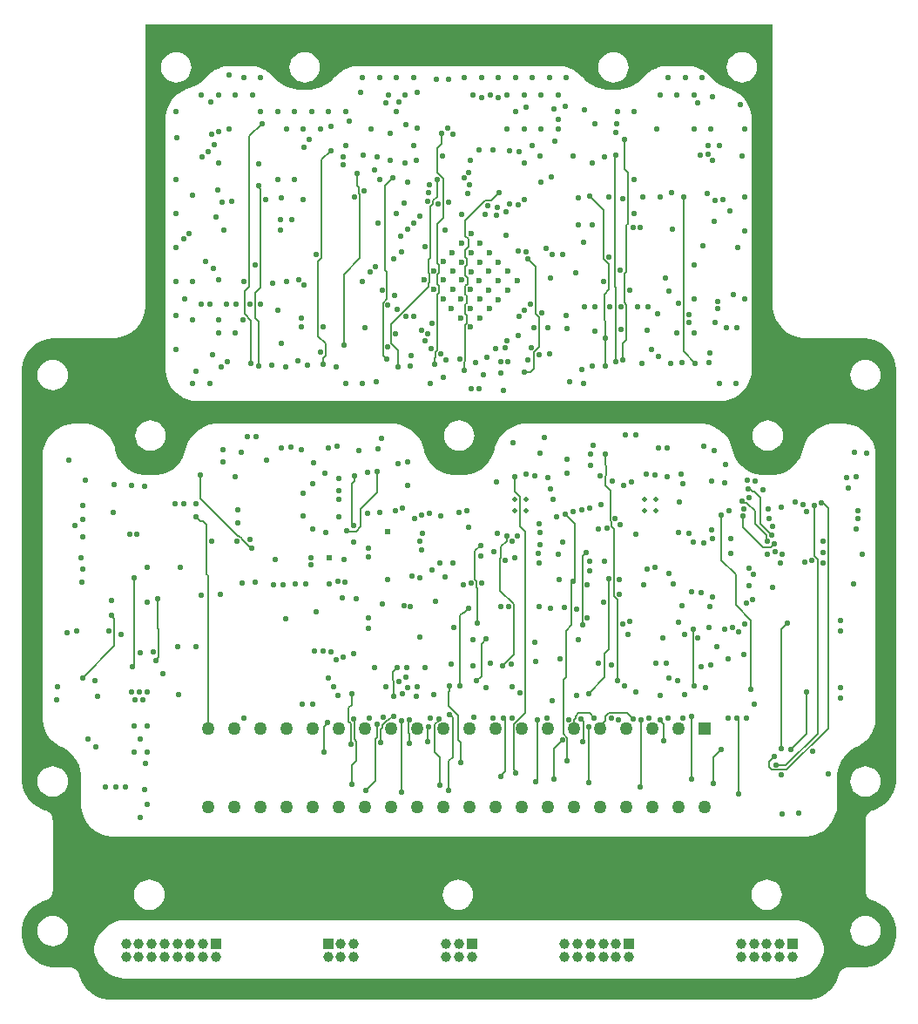
<source format=gbl>
G04*
G04 #@! TF.GenerationSoftware,Altium Limited,Altium Designer,21.4.1 (30)*
G04*
G04 Layer_Physical_Order=8*
G04 Layer_Color=16711680*
%FSLAX25Y25*%
%MOIN*%
G70*
G04*
G04 #@! TF.SameCoordinates,52388346-E8D1-4751-8710-1ABE23D8764D*
G04*
G04*
G04 #@! TF.FilePolarity,Positive*
G04*
G01*
G75*
%ADD11C,0.00600*%
%ADD13C,0.00800*%
%ADD221C,0.05000*%
%ADD222R,0.05000X0.05000*%
%ADD223C,0.03937*%
%ADD224R,0.03937X0.03937*%
%ADD225C,0.02200*%
%ADD226C,0.02402*%
%ADD227C,0.01968*%
%ADD228C,0.02362*%
G36*
X351952Y315982D02*
X351978Y315164D01*
X352192Y313543D01*
X352615Y311964D01*
X353241Y310453D01*
X354058Y309037D01*
X355054Y307740D01*
X356210Y306584D01*
X357507Y305588D01*
X358923Y304771D01*
X360434Y304145D01*
X362013Y303722D01*
X363634Y303509D01*
X364452Y303482D01*
X387515D01*
X389140Y303268D01*
X390722Y302844D01*
X392236Y302217D01*
X393655Y301397D01*
X394955Y300400D01*
X396114Y299241D01*
X397111Y297941D01*
X397931Y296522D01*
X398558Y295008D01*
X398982Y293426D01*
X399196Y291801D01*
Y290982D01*
Y134861D01*
Y133854D01*
X398874Y131867D01*
X398238Y129957D01*
X397305Y128174D01*
X396098Y126562D01*
X394649Y125165D01*
X392995Y124017D01*
X391179Y123149D01*
X390214Y122866D01*
X389914Y122765D01*
X389344Y122492D01*
X388825Y122132D01*
X388370Y121693D01*
X387991Y121187D01*
X387698Y120627D01*
X387498Y120028D01*
X387397Y119404D01*
X387385Y119088D01*
Y92207D01*
X387397Y91891D01*
X387498Y91267D01*
X387698Y90667D01*
X387991Y90107D01*
X388370Y89601D01*
X388825Y89163D01*
X389344Y88802D01*
X389914Y88530D01*
X390214Y88429D01*
X390214Y88429D01*
X391179Y88145D01*
X392995Y87277D01*
X394649Y86129D01*
X396098Y84732D01*
X397305Y83121D01*
X398238Y81337D01*
X398874Y79427D01*
X399196Y77440D01*
Y74611D01*
X398982Y72987D01*
X398558Y71404D01*
X397931Y69890D01*
X397111Y68471D01*
X396114Y67171D01*
X394955Y66013D01*
X393655Y65015D01*
X392236Y64196D01*
X390722Y63569D01*
X389140Y63144D01*
X387515Y62931D01*
X380996D01*
X380669Y62917D01*
X380026Y62809D01*
X379409Y62597D01*
X378835Y62285D01*
X378321Y61883D01*
X377881Y61401D01*
X377526Y60854D01*
X377321Y60381D01*
X377266Y60255D01*
X377174Y59941D01*
X377175Y59941D01*
X376924Y58932D01*
X376097Y57025D01*
X374966Y55280D01*
X373563Y53746D01*
X371925Y52464D01*
X370098Y51471D01*
X368132Y50794D01*
X366082Y50450D01*
X97664D01*
X95613Y50794D01*
X93647Y51471D01*
X91821Y52464D01*
X90183Y53746D01*
X88779Y55280D01*
X87648Y57025D01*
X86821Y58932D01*
X86571Y59941D01*
X86479Y60255D01*
X86220Y60854D01*
X85865Y61401D01*
X85424Y61883D01*
X84910Y62285D01*
X84337Y62597D01*
X83720Y62809D01*
X83076Y62917D01*
X82750Y62931D01*
X76231D01*
X74606Y63144D01*
X73023Y63569D01*
X71509Y64196D01*
X70091Y65015D01*
X68791Y66013D01*
X67632Y67171D01*
X66634Y68471D01*
X65815Y69890D01*
X65188Y71404D01*
X64764Y72987D01*
X64550Y74611D01*
Y77440D01*
X64872Y79427D01*
X65508Y81337D01*
X66441Y83121D01*
X67648Y84732D01*
X69096Y86129D01*
X70750Y87277D01*
X72566Y88145D01*
X73532Y88429D01*
X73532Y88429D01*
X73832Y88530D01*
X74402Y88802D01*
X74921Y89163D01*
X75376Y89601D01*
X75755Y90107D01*
X76048Y90667D01*
X76247Y91267D01*
X76348Y91891D01*
X76361Y92207D01*
Y119088D01*
X76348Y119404D01*
X76247Y120028D01*
X76048Y120627D01*
X75755Y121187D01*
X75376Y121693D01*
X74921Y122132D01*
X74402Y122492D01*
X73832Y122765D01*
X73532Y122866D01*
X72566Y123149D01*
X70750Y124017D01*
X69096Y125165D01*
X67648Y126562D01*
X66441Y128174D01*
X65508Y129957D01*
X64872Y131867D01*
X64550Y133854D01*
Y134861D01*
Y290982D01*
Y291801D01*
X64764Y293426D01*
X65188Y295008D01*
X65815Y296522D01*
X66634Y297941D01*
X67632Y299241D01*
X68791Y300400D01*
X70091Y301397D01*
X71509Y302217D01*
X73023Y302844D01*
X74606Y303268D01*
X76231Y303482D01*
X99294D01*
X100112Y303509D01*
X101733Y303722D01*
X103312Y304145D01*
X104823Y304771D01*
X106239Y305588D01*
X107536Y306584D01*
X108692Y307740D01*
X109687Y309037D01*
X110505Y310453D01*
X111131Y311964D01*
X111554Y313543D01*
X111767Y315164D01*
X111794Y315982D01*
Y423403D01*
X351952D01*
Y315982D01*
D02*
G37*
%LPC*%
G36*
X340157Y412915D02*
X339020Y412803D01*
X337927Y412471D01*
X336919Y411932D01*
X336036Y411208D01*
X335312Y410324D01*
X334773Y409317D01*
X334441Y408224D01*
X334329Y407087D01*
X334441Y405950D01*
X334773Y404856D01*
X335312Y403849D01*
X336036Y402965D01*
X336919Y402241D01*
X337927Y401702D01*
X339020Y401370D01*
X340157Y401259D01*
X341294Y401370D01*
X342388Y401702D01*
X343395Y402241D01*
X344279Y402965D01*
X345003Y403849D01*
X345542Y404856D01*
X345873Y405950D01*
X345986Y407087D01*
X345873Y408224D01*
X345542Y409317D01*
X345003Y410324D01*
X344279Y411208D01*
X343395Y411932D01*
X342388Y412471D01*
X341294Y412803D01*
X340157Y412915D01*
D02*
G37*
G36*
X290945D02*
X289808Y412803D01*
X288715Y412471D01*
X287707Y411932D01*
X286824Y411208D01*
X286099Y410324D01*
X285560Y409317D01*
X285229Y408224D01*
X285117Y407087D01*
X285229Y405950D01*
X285560Y404856D01*
X286099Y403849D01*
X286824Y402965D01*
X287707Y402241D01*
X288715Y401702D01*
X289808Y401370D01*
X290945Y401259D01*
X292082Y401370D01*
X293175Y401702D01*
X294183Y402241D01*
X295066Y402965D01*
X295791Y403849D01*
X296329Y404856D01*
X296661Y405950D01*
X296773Y407087D01*
X296661Y408224D01*
X296329Y409317D01*
X295791Y410324D01*
X295066Y411208D01*
X294183Y411932D01*
X293175Y412471D01*
X292082Y412803D01*
X290945Y412915D01*
D02*
G37*
G36*
X172835D02*
X171698Y412803D01*
X170604Y412471D01*
X169597Y411932D01*
X168713Y411208D01*
X167989Y410324D01*
X167450Y409317D01*
X167119Y408224D01*
X167007Y407087D01*
X167119Y405950D01*
X167450Y404856D01*
X167989Y403849D01*
X168713Y402965D01*
X169597Y402241D01*
X170604Y401702D01*
X171698Y401370D01*
X172835Y401259D01*
X173972Y401370D01*
X175065Y401702D01*
X176073Y402241D01*
X176956Y402965D01*
X177680Y403849D01*
X178219Y404856D01*
X178551Y405950D01*
X178663Y407087D01*
X178551Y408224D01*
X178219Y409317D01*
X177680Y410324D01*
X176956Y411208D01*
X176073Y411932D01*
X175065Y412471D01*
X173972Y412803D01*
X172835Y412915D01*
D02*
G37*
G36*
X123622D02*
X122485Y412803D01*
X121392Y412471D01*
X120384Y411932D01*
X119501Y411208D01*
X118776Y410324D01*
X118238Y409317D01*
X117906Y408224D01*
X117794Y407087D01*
X117906Y405950D01*
X118238Y404856D01*
X118776Y403849D01*
X119501Y402965D01*
X120384Y402241D01*
X121392Y401702D01*
X122485Y401370D01*
X123622Y401259D01*
X124759Y401370D01*
X125852Y401702D01*
X126860Y402241D01*
X127743Y402965D01*
X128468Y403849D01*
X129006Y404856D01*
X129338Y405950D01*
X129450Y407087D01*
X129338Y408224D01*
X129006Y409317D01*
X128468Y410324D01*
X127743Y411208D01*
X126860Y411932D01*
X125852Y412471D01*
X124759Y412803D01*
X123622Y412915D01*
D02*
G37*
G36*
X319708Y407441D02*
X311000D01*
X309646Y407293D01*
X308316Y406999D01*
X307026Y406562D01*
X305791Y405987D01*
X304626Y405281D01*
X303544Y404454D01*
X302558Y403513D01*
X302120Y402992D01*
X301667Y402484D01*
X300683Y401545D01*
X299603Y400718D01*
X298440Y400014D01*
X297206Y399440D01*
X295918Y399004D01*
X294590Y398710D01*
X293238Y398562D01*
X292558Y398543D01*
X288938D01*
X288258Y398562D01*
X286906Y398710D01*
X285578Y399004D01*
X284290Y399440D01*
X283056Y400014D01*
X281893Y400718D01*
X280813Y401545D01*
X279829Y402484D01*
X279376Y402992D01*
X278938Y403513D01*
X277952Y404454D01*
X276870Y405281D01*
X275705Y405987D01*
X274470Y406562D01*
X273180Y406999D01*
X271850Y407293D01*
X270496Y407441D01*
X192890D01*
X191536Y407293D01*
X190206Y406999D01*
X188916Y406562D01*
X187681Y405987D01*
X186515Y405281D01*
X185433Y404454D01*
X184448Y403513D01*
X184009Y402992D01*
Y402992D01*
X183557Y402484D01*
X182573Y401545D01*
X181493Y400718D01*
X180330Y400014D01*
X179096Y399440D01*
X177808Y399004D01*
X176480Y398710D01*
X175128Y398562D01*
X174448Y398543D01*
X170828D01*
X170148Y398562D01*
X168796Y398710D01*
X167468Y399004D01*
X166179Y399440D01*
X164946Y400014D01*
X163782Y400718D01*
X162702Y401545D01*
X161718Y402484D01*
X161266Y402992D01*
X160827Y403513D01*
X159842Y404454D01*
X158760Y405281D01*
X157595Y405987D01*
X156360Y406562D01*
X155070Y406999D01*
X153740Y407293D01*
X152385Y407441D01*
X143677D01*
X142323Y407293D01*
X140993Y406999D01*
X139703Y406562D01*
X138468Y405987D01*
X137303Y405281D01*
X136221Y404454D01*
X135236Y403513D01*
X134797Y402992D01*
Y402992D01*
X134169Y402301D01*
X132769Y401069D01*
X131201Y400059D01*
X129500Y399293D01*
X128612Y399008D01*
X127634Y398734D01*
X125792Y397876D01*
X124113Y396733D01*
X122640Y395333D01*
X121413Y393714D01*
X120464Y391919D01*
X119816Y389993D01*
X119488Y387988D01*
Y386973D01*
Y291831D01*
Y291011D01*
X119702Y289387D01*
X120126Y287804D01*
X120753Y286290D01*
X121572Y284871D01*
X122570Y283571D01*
X123729Y282413D01*
X125029Y281415D01*
X126448Y280596D01*
X127962Y279969D01*
X129544Y279545D01*
X131169Y279331D01*
X332217D01*
X333841Y279545D01*
X335424Y279969D01*
X336938Y280596D01*
X338357Y281415D01*
X339657Y282413D01*
X340816Y283571D01*
X341813Y284871D01*
X342633Y286290D01*
X343260Y287804D01*
X343684Y289387D01*
X343898Y291011D01*
Y291831D01*
Y386973D01*
Y387988D01*
X343570Y389993D01*
X342922Y391919D01*
X341972Y393714D01*
X340745Y395333D01*
X339273Y396733D01*
X337594Y397876D01*
X335752Y398734D01*
X334774Y399008D01*
Y399008D01*
X334774Y399008D01*
X333886Y399293D01*
X332185Y400059D01*
X330617Y401069D01*
X329216Y402301D01*
X328589Y402992D01*
X328150Y403513D01*
X327165Y404454D01*
X326083Y405281D01*
X324918Y405987D01*
X323683Y406562D01*
X322392Y406999D01*
X321062Y407293D01*
X319708Y407441D01*
D02*
G37*
G36*
X387402Y295198D02*
X386265Y295086D01*
X385171Y294754D01*
X384164Y294216D01*
X383280Y293491D01*
X382556Y292608D01*
X382017Y291600D01*
X381685Y290507D01*
X381574Y289370D01*
X381685Y288233D01*
X382017Y287140D01*
X382556Y286132D01*
X383280Y285249D01*
X384164Y284524D01*
X385171Y283986D01*
X386265Y283654D01*
X387402Y283542D01*
X388539Y283654D01*
X389632Y283986D01*
X390639Y284524D01*
X391523Y285249D01*
X392247Y286132D01*
X392786Y287140D01*
X393118Y288233D01*
X393230Y289370D01*
X393118Y290507D01*
X392786Y291600D01*
X392247Y292608D01*
X391523Y293491D01*
X390639Y294216D01*
X389632Y294754D01*
X388539Y295086D01*
X387402Y295198D01*
D02*
G37*
G36*
X76378D02*
X75241Y295086D01*
X74148Y294754D01*
X73140Y294216D01*
X72257Y293491D01*
X71532Y292608D01*
X70994Y291600D01*
X70662Y290507D01*
X70550Y289370D01*
X70662Y288233D01*
X70994Y287140D01*
X71532Y286132D01*
X72257Y285249D01*
X73140Y284524D01*
X74148Y283986D01*
X75241Y283654D01*
X76378Y283542D01*
X77515Y283654D01*
X78608Y283986D01*
X79616Y284524D01*
X80499Y285249D01*
X81224Y286132D01*
X81762Y287140D01*
X82094Y288233D01*
X82206Y289370D01*
X82094Y290507D01*
X81762Y291600D01*
X81224Y292608D01*
X80499Y293491D01*
X79616Y294216D01*
X78608Y294754D01*
X77515Y295086D01*
X76378Y295198D01*
D02*
G37*
G36*
X350000Y271970D02*
X348863Y271858D01*
X347770Y271526D01*
X346762Y270988D01*
X345879Y270263D01*
X345154Y269380D01*
X344616Y268372D01*
X344284Y267279D01*
X344172Y266142D01*
X344284Y265005D01*
X344616Y263912D01*
X345154Y262904D01*
X345879Y262021D01*
X346762Y261296D01*
X347770Y260757D01*
X348863Y260426D01*
X350000Y260314D01*
X351137Y260426D01*
X352230Y260757D01*
X353238Y261296D01*
X354121Y262021D01*
X354846Y262904D01*
X355384Y263912D01*
X355716Y265005D01*
X355828Y266142D01*
X355716Y267279D01*
X355384Y268372D01*
X354846Y269380D01*
X354121Y270263D01*
X353238Y270988D01*
X352230Y271526D01*
X351137Y271858D01*
X350000Y271970D01*
D02*
G37*
G36*
X231890D02*
X230753Y271858D01*
X229660Y271526D01*
X228652Y270988D01*
X227769Y270263D01*
X227044Y269380D01*
X226505Y268372D01*
X226174Y267279D01*
X226062Y266142D01*
X226174Y265005D01*
X226505Y263912D01*
X227044Y262904D01*
X227769Y262021D01*
X228652Y261296D01*
X229660Y260757D01*
X230753Y260426D01*
X231890Y260314D01*
X233027Y260426D01*
X234120Y260757D01*
X235128Y261296D01*
X236011Y262021D01*
X236736Y262904D01*
X237274Y263912D01*
X237606Y265005D01*
X237718Y266142D01*
X237606Y267279D01*
X237274Y268372D01*
X236736Y269380D01*
X236011Y270263D01*
X235128Y270988D01*
X234120Y271526D01*
X233027Y271858D01*
X231890Y271970D01*
D02*
G37*
G36*
X113780D02*
X112643Y271858D01*
X111549Y271526D01*
X110542Y270988D01*
X109659Y270263D01*
X108934Y269380D01*
X108395Y268372D01*
X108063Y267279D01*
X107951Y266142D01*
X108063Y265005D01*
X108395Y263912D01*
X108934Y262904D01*
X109659Y262021D01*
X110542Y261296D01*
X111549Y260757D01*
X112643Y260426D01*
X113780Y260314D01*
X114917Y260426D01*
X116010Y260757D01*
X117017Y261296D01*
X117901Y262021D01*
X118625Y262904D01*
X119164Y263912D01*
X119496Y265005D01*
X119608Y266142D01*
X119496Y267279D01*
X119164Y268372D01*
X118625Y269380D01*
X117901Y270263D01*
X117017Y270988D01*
X116010Y271526D01*
X114917Y271858D01*
X113780Y271970D01*
D02*
G37*
G36*
X379646Y270655D02*
X374634D01*
X372540Y270296D01*
X370536Y269589D01*
X368680Y268554D01*
X367026Y267221D01*
X365620Y265628D01*
X364504Y263820D01*
X363708Y261850D01*
X363482Y260812D01*
X363482Y260812D01*
X363213Y259787D01*
X362420Y257824D01*
X361308Y256023D01*
X359907Y254436D01*
X358259Y253107D01*
X356410Y252076D01*
X354413Y251372D01*
X352326Y251014D01*
X351268Y250970D01*
X348709D01*
X347650Y251014D01*
X345564Y251372D01*
X343567Y252076D01*
X341718Y253107D01*
X340070Y254436D01*
X338669Y256023D01*
X337556Y257824D01*
X336764Y259787D01*
X336495Y260812D01*
X336495D01*
X336269Y261850D01*
X335473Y263820D01*
X334356Y265628D01*
X332951Y267221D01*
X331296Y268554D01*
X329441Y269589D01*
X327437Y270296D01*
X325343Y270655D01*
X256524D01*
X254430Y270296D01*
X252426Y269589D01*
X250570Y268554D01*
X248916Y267221D01*
X247510Y265628D01*
X246393Y263820D01*
X245598Y261850D01*
X245372Y260812D01*
X245372Y260812D01*
X245103Y259787D01*
X244310Y257824D01*
X243198Y256023D01*
X241797Y254436D01*
X240148Y253107D01*
X238299Y252076D01*
X236303Y251372D01*
X234216Y251014D01*
X233158Y250970D01*
X230599D01*
X229540Y251014D01*
X227453Y251372D01*
X225457Y252076D01*
X223608Y253107D01*
X221959Y254436D01*
X220559Y256023D01*
X219446Y257824D01*
X218653Y259787D01*
X218384Y260812D01*
X218384D01*
X218159Y261850D01*
X217363Y263820D01*
X216246Y265628D01*
X214841Y267221D01*
X213186Y268554D01*
X211330Y269589D01*
X209327Y270296D01*
X207232Y270655D01*
X138414D01*
X136319Y270296D01*
X134316Y269589D01*
X132460Y268554D01*
X130806Y267221D01*
X129400Y265628D01*
X128283Y263820D01*
X127488Y261850D01*
X127262Y260812D01*
X127262Y260812D01*
X126993Y259787D01*
X126200Y257824D01*
X125087Y256023D01*
X123687Y254436D01*
X122038Y253107D01*
X120189Y252076D01*
X118193Y251372D01*
X116106Y251014D01*
X115047Y250970D01*
X112488D01*
X111430Y251014D01*
X109343Y251372D01*
X107347Y252076D01*
X105498Y253107D01*
X103849Y254436D01*
X102448Y256023D01*
X101336Y257824D01*
X100543Y259787D01*
X100274Y260812D01*
X100274Y260812D01*
X100048Y261850D01*
X99253Y263820D01*
X98136Y265628D01*
X96730Y267221D01*
X95076Y268554D01*
X93220Y269589D01*
X91216Y270296D01*
X89122Y270655D01*
X84110D01*
X82485Y270441D01*
X80903Y270017D01*
X79389Y269390D01*
X77970Y268570D01*
X76670Y267573D01*
X75511Y266414D01*
X74514Y265114D01*
X73694Y263695D01*
X73067Y262181D01*
X72643Y260598D01*
X72429Y258974D01*
Y258155D01*
Y158443D01*
Y157544D01*
X72687Y155764D01*
X73196Y154040D01*
X73947Y152406D01*
X74924Y150896D01*
X76108Y149542D01*
X77472Y148371D01*
X78991Y147407D01*
X79811Y147039D01*
X80616Y146643D01*
X82131Y145682D01*
X83492Y144513D01*
X84672Y143163D01*
X85647Y141657D01*
X86396Y140027D01*
X86904Y138307D01*
X87161Y136532D01*
X87193Y135635D01*
Y125359D01*
Y124540D01*
X87407Y122915D01*
X87831Y121333D01*
X88458Y119819D01*
X89277Y118400D01*
X90275Y117100D01*
X91434Y115941D01*
X92734Y114944D01*
X94153Y114124D01*
X95666Y113497D01*
X97249Y113073D01*
X98874Y112859D01*
X364882D01*
X366507Y113073D01*
X368090Y113497D01*
X369604Y114124D01*
X371023Y114944D01*
X372323Y115941D01*
X373481Y117100D01*
X374479Y118400D01*
X375298Y119819D01*
X375925Y121333D01*
X376349Y122915D01*
X376563Y124540D01*
Y125359D01*
Y135635D01*
X376595Y136532D01*
X376852Y138307D01*
X377360Y140027D01*
X378109Y141657D01*
X379084Y143163D01*
X380264Y144513D01*
X381626Y145682D01*
X383140Y146643D01*
X383945Y147039D01*
X383945Y147039D01*
Y147039D01*
X384765Y147407D01*
X386284Y148371D01*
X387649Y149542D01*
X388832Y150896D01*
X389809Y152406D01*
X390560Y154040D01*
X391070Y155764D01*
X391327Y157544D01*
Y158443D01*
Y258155D01*
Y258974D01*
X391113Y260598D01*
X390689Y262181D01*
X390062Y263695D01*
X389243Y265114D01*
X388245Y266414D01*
X387086Y267573D01*
X385786Y268570D01*
X384367Y269390D01*
X382854Y270017D01*
X381271Y270441D01*
X379646Y270655D01*
D02*
G37*
G36*
X387402Y139686D02*
X386265Y139574D01*
X385171Y139243D01*
X384164Y138704D01*
X383280Y137979D01*
X382556Y137096D01*
X382017Y136089D01*
X381685Y134995D01*
X381574Y133858D01*
X381685Y132721D01*
X382017Y131628D01*
X382556Y130620D01*
X383280Y129737D01*
X384164Y129012D01*
X385171Y128474D01*
X386265Y128142D01*
X387402Y128030D01*
X388539Y128142D01*
X389632Y128474D01*
X390639Y129012D01*
X391523Y129737D01*
X392247Y130620D01*
X392786Y131628D01*
X393118Y132721D01*
X393230Y133858D01*
X393118Y134995D01*
X392786Y136089D01*
X392247Y137096D01*
X391523Y137979D01*
X390639Y138704D01*
X389632Y139243D01*
X388539Y139574D01*
X387402Y139686D01*
D02*
G37*
G36*
X76378D02*
X75241Y139574D01*
X74148Y139243D01*
X73140Y138704D01*
X72257Y137979D01*
X71532Y137096D01*
X70994Y136089D01*
X70662Y134995D01*
X70550Y133858D01*
X70662Y132721D01*
X70994Y131628D01*
X71532Y130620D01*
X72257Y129737D01*
X73140Y129012D01*
X74148Y128474D01*
X75241Y128142D01*
X76378Y128030D01*
X77515Y128142D01*
X78608Y128474D01*
X79616Y129012D01*
X80499Y129737D01*
X81224Y130620D01*
X81762Y131628D01*
X82094Y132721D01*
X82206Y133858D01*
X82094Y134995D01*
X81762Y136089D01*
X81224Y137096D01*
X80499Y137979D01*
X79616Y138704D01*
X78608Y139243D01*
X77515Y139574D01*
X76378Y139686D01*
D02*
G37*
G36*
X349606Y96379D02*
X348469Y96267D01*
X347376Y95936D01*
X346369Y95397D01*
X345485Y94672D01*
X344761Y93789D01*
X344222Y92782D01*
X343890Y91688D01*
X343778Y90551D01*
X343890Y89414D01*
X344222Y88321D01*
X344761Y87313D01*
X345485Y86430D01*
X346369Y85705D01*
X347376Y85167D01*
X348469Y84835D01*
X349606Y84723D01*
X350743Y84835D01*
X351837Y85167D01*
X352844Y85705D01*
X353728Y86430D01*
X354452Y87313D01*
X354991Y88321D01*
X355323Y89414D01*
X355434Y90551D01*
X355323Y91688D01*
X354991Y92782D01*
X354452Y93789D01*
X353728Y94672D01*
X352844Y95397D01*
X351837Y95936D01*
X350743Y96267D01*
X349606Y96379D01*
D02*
G37*
G36*
X231496D02*
X230359Y96267D01*
X229266Y95936D01*
X228258Y95397D01*
X227375Y94672D01*
X226650Y93789D01*
X226112Y92782D01*
X225780Y91688D01*
X225668Y90551D01*
X225780Y89414D01*
X226112Y88321D01*
X226650Y87313D01*
X227375Y86430D01*
X228258Y85705D01*
X229266Y85167D01*
X230359Y84835D01*
X231496Y84723D01*
X232633Y84835D01*
X233726Y85167D01*
X234734Y85705D01*
X235617Y86430D01*
X236342Y87313D01*
X236880Y88321D01*
X237212Y89414D01*
X237324Y90551D01*
X237212Y91688D01*
X236880Y92782D01*
X236342Y93789D01*
X235617Y94672D01*
X234734Y95397D01*
X233726Y95936D01*
X232633Y96267D01*
X231496Y96379D01*
D02*
G37*
G36*
X113386D02*
X112249Y96267D01*
X111155Y95936D01*
X110148Y95397D01*
X109265Y94672D01*
X108540Y93789D01*
X108001Y92782D01*
X107670Y91688D01*
X107558Y90551D01*
X107670Y89414D01*
X108001Y88321D01*
X108540Y87313D01*
X109265Y86430D01*
X110148Y85705D01*
X111155Y85167D01*
X112249Y84835D01*
X113386Y84723D01*
X114523Y84835D01*
X115616Y85167D01*
X116624Y85705D01*
X117507Y86430D01*
X118232Y87313D01*
X118770Y88321D01*
X119102Y89414D01*
X119214Y90551D01*
X119102Y91688D01*
X118770Y92782D01*
X118232Y93789D01*
X117507Y94672D01*
X116624Y95397D01*
X115616Y95936D01*
X114523Y96267D01*
X113386Y96379D01*
D02*
G37*
G36*
X387402Y82600D02*
X386265Y82488D01*
X385171Y82156D01*
X384164Y81617D01*
X383280Y80893D01*
X382556Y80010D01*
X382017Y79002D01*
X381685Y77909D01*
X381574Y76772D01*
X381685Y75635D01*
X382017Y74541D01*
X382556Y73534D01*
X383280Y72650D01*
X384164Y71926D01*
X385171Y71387D01*
X386265Y71056D01*
X387402Y70943D01*
X388539Y71056D01*
X389632Y71387D01*
X390639Y71926D01*
X391523Y72650D01*
X392247Y73534D01*
X392786Y74541D01*
X393118Y75635D01*
X393230Y76772D01*
X393118Y77909D01*
X392786Y79002D01*
X392247Y80010D01*
X391523Y80893D01*
X390639Y81617D01*
X389632Y82156D01*
X388539Y82488D01*
X387402Y82600D01*
D02*
G37*
G36*
X76378D02*
X75241Y82488D01*
X74148Y82156D01*
X73140Y81617D01*
X72257Y80893D01*
X71532Y80010D01*
X70994Y79002D01*
X70662Y77909D01*
X70550Y76772D01*
X70662Y75635D01*
X70994Y74541D01*
X71532Y73534D01*
X72257Y72650D01*
X73140Y71926D01*
X74148Y71387D01*
X75241Y71056D01*
X76378Y70943D01*
X77515Y71056D01*
X78608Y71387D01*
X79616Y71926D01*
X80499Y72650D01*
X81224Y73534D01*
X81762Y74541D01*
X82094Y75635D01*
X82206Y76772D01*
X82094Y77909D01*
X81762Y79002D01*
X81224Y80010D01*
X80499Y80893D01*
X79616Y81617D01*
X78608Y82156D01*
X77515Y82488D01*
X76378Y82600D01*
D02*
G37*
G36*
X359918Y80866D02*
X103861D01*
X102343Y80680D01*
X100859Y80309D01*
X99431Y79761D01*
X98080Y79043D01*
X96827Y78165D01*
X95691Y77141D01*
X94688Y75986D01*
X93833Y74718D01*
X93139Y73354D01*
X92616Y71917D01*
X92273Y70426D01*
X92194Y69665D01*
X92273Y68905D01*
X92616Y67414D01*
X93139Y65976D01*
X93833Y64613D01*
X94688Y63345D01*
X95691Y62190D01*
X96827Y61166D01*
X98080Y60288D01*
X99431Y59570D01*
X100859Y59021D01*
X102343Y58651D01*
X103861Y58465D01*
X359918D01*
X361437Y58651D01*
X362921Y59021D01*
X364349Y59570D01*
X365699Y60288D01*
X366952Y61166D01*
X368089Y62190D01*
X369092Y63345D01*
X369947Y64613D01*
X370640Y65976D01*
X371163Y67414D01*
X371506Y68905D01*
X371586Y69665D01*
X371586Y69665D01*
X371506Y70426D01*
X371163Y71917D01*
X370640Y73354D01*
X369947Y74718D01*
X369092Y75986D01*
X368089Y77141D01*
X366952Y78165D01*
X365699Y79043D01*
X364349Y79761D01*
X362921Y80309D01*
X361437Y80680D01*
X359918Y80866D01*
D02*
G37*
%LPD*%
D11*
X340233Y241088D02*
X340666D01*
X341210Y240544D02*
X341863D01*
X340666Y241088D02*
X341210Y240544D01*
X341863D02*
X345100Y237307D01*
X344059Y244774D02*
X344826D01*
X347200Y242400D01*
X343033Y245800D02*
X344059Y244774D01*
X342600Y245800D02*
X343033D01*
X340500Y235380D02*
X340510Y235390D01*
X340500Y231000D02*
Y235380D01*
Y231000D02*
X348200Y223300D01*
X351033D01*
X352561Y224828D01*
X345100Y232500D02*
Y237307D01*
Y232500D02*
X349500Y228100D01*
Y225978D02*
X349791Y225687D01*
X349500Y225978D02*
Y228100D01*
X347200Y232300D02*
X351400Y228100D01*
X347200Y232300D02*
Y242400D01*
X253263Y244625D02*
X255198Y242690D01*
X253263Y244625D02*
Y250293D01*
X350593Y139307D02*
Y141293D01*
X352600Y143300D01*
X369100Y152244D02*
Y218887D01*
X367804Y220183D02*
X369100Y218887D01*
X356856Y140000D02*
X369100Y152244D01*
X357336Y138336D02*
X373200Y154200D01*
X351564Y138336D02*
X357336D01*
X350593Y139307D02*
X351564Y138336D01*
X353064Y140236D02*
X353300Y140000D01*
X356856D01*
X250078Y225857D02*
Y227775D01*
X250244Y227941D01*
X271787Y172894D02*
X272702Y173810D01*
X271787Y152100D02*
X273327Y150560D01*
X271787Y152100D02*
Y172894D01*
X289700Y233713D02*
X290300Y233113D01*
X287800Y247133D02*
X289700Y245233D01*
Y233713D02*
Y245233D01*
X290300Y231313D02*
Y233113D01*
X370538Y240500D02*
X370838D01*
X371338Y240000D01*
X371555D01*
X373200Y238355D01*
X367804Y220183D02*
Y239400D01*
X373200Y154200D02*
Y238355D01*
X228154Y168400D02*
Y170215D01*
X228340Y170400D01*
X232087Y170613D02*
X232300Y170400D01*
X227854Y168100D02*
X228154Y168400D01*
X232087Y170613D02*
Y197343D01*
X227854Y162769D02*
Y168100D01*
X240375Y186575D02*
X242300Y188500D01*
X238450Y172350D02*
X240375Y174275D01*
Y186575D01*
X206970Y169602D02*
X207000Y169572D01*
X206970Y169602D02*
Y172135D01*
X206470Y172634D02*
X206970Y172135D01*
X207000Y166600D02*
Y169572D01*
X206470Y172634D02*
Y175887D01*
X275550Y210375D02*
X276100Y210925D01*
X275000Y209825D02*
X275550Y210375D01*
X206470Y175887D02*
X208084Y177500D01*
X208110D01*
X248003Y223783D02*
X250078Y225857D01*
X288200Y251013D02*
Y254540D01*
X287700Y255040D02*
X288200Y254540D01*
X287700Y255040D02*
Y259000D01*
X287800Y250613D02*
X288200Y251013D01*
X287800Y247133D02*
Y250613D01*
X287649Y182849D02*
X289299Y184499D01*
Y211300D01*
X287649Y173849D02*
Y182849D01*
X281400Y167600D02*
X287649Y173849D01*
X281400Y167600D02*
X281400D01*
X205700Y308813D02*
X213449Y316562D01*
X208563Y292421D02*
Y298724D01*
X205700Y301587D02*
X208563Y298724D01*
X205700Y301587D02*
Y308813D01*
X191989Y248820D02*
Y250926D01*
X190816Y247647D02*
X191989Y248820D01*
X252702Y155780D02*
X257150Y160227D01*
Y229380D01*
X255198Y231332D02*
X257150Y229380D01*
X321654Y189741D02*
Y192093D01*
X321613Y192133D02*
X321654Y192093D01*
X191400Y231800D02*
Y232233D01*
X223395Y357608D02*
Y364090D01*
X221900Y356113D02*
X223395Y357608D01*
X220909Y353922D02*
X221900Y354913D01*
Y356113D01*
X220909Y334257D02*
Y353922D01*
X247600Y206887D02*
Y219187D01*
X248003Y219590D01*
Y223783D01*
X190816Y232816D02*
Y247647D01*
Y232816D02*
X191400Y232233D01*
X202700Y296928D02*
X204100Y295528D01*
Y295500D02*
Y295528D01*
X202700Y296928D02*
Y316787D01*
X204300Y318387D01*
Y328670D01*
X203600Y329369D02*
X204300Y328670D01*
X203600Y329369D02*
Y361800D01*
X213449Y316562D02*
X213462D01*
X203600Y361800D02*
X206500Y364700D01*
X220141Y323241D02*
Y324488D01*
X213462Y316562D02*
X220141Y323241D01*
Y328450D02*
Y333489D01*
X220909Y334257D01*
X220141Y328450D02*
X220484Y328107D01*
X220141Y324488D02*
X220484Y324831D01*
Y328107D01*
X292500Y172500D02*
Y203513D01*
X291198Y204815D02*
Y230415D01*
X290300Y231313D02*
X291198Y230415D01*
Y204815D02*
X292500Y203513D01*
X252800Y182426D02*
Y201687D01*
X247600Y206887D02*
X252800Y201687D01*
X248622Y178248D02*
X252800Y182426D01*
X279100Y193900D02*
Y220040D01*
X280413Y221354D01*
Y221555D01*
X232087Y197343D02*
X233362Y198618D01*
X233918D01*
X235500Y200200D01*
X276100Y210925D02*
Y232300D01*
X272400Y236000D02*
X276100Y232300D01*
X275000Y193887D02*
Y209825D01*
X272702Y191589D02*
X275000Y193887D01*
X204931Y157316D02*
X206416Y158800D01*
X206700D01*
X204460Y157316D02*
X204931D01*
X202552Y155408D02*
X204460Y157316D01*
X202552Y154422D02*
Y155408D01*
X321400Y170800D02*
Y189487D01*
X321654Y189741D01*
X321400Y170800D02*
X321700Y170500D01*
X231602Y149663D02*
X232400Y148865D01*
Y141000D02*
Y148865D01*
X201900Y148700D02*
Y153770D01*
X202552Y154422D01*
X273327Y141732D02*
Y150560D01*
X272702Y173810D02*
Y191589D01*
X255198Y231332D02*
Y242690D01*
X231602Y149663D02*
Y159021D01*
X227854Y162769D02*
X231602Y159021D01*
X253496Y137055D02*
Y137542D01*
X252702Y138336D02*
X253496Y137542D01*
X252702Y138336D02*
Y155780D01*
D13*
X260432Y291820D02*
Y298060D01*
X259180Y290568D02*
X260432Y291820D01*
X257168Y290568D02*
X259180D01*
X192396Y229616D02*
X194200Y231420D01*
X189164Y229616D02*
X192396D01*
X194200Y231420D02*
Y238100D01*
X332300Y218400D02*
X337700Y213000D01*
X332300Y218400D02*
Y235800D01*
X364700Y152100D02*
Y168100D01*
X358800Y146200D02*
X364700Y152100D01*
X355100Y146300D02*
Y192100D01*
X357500Y194500D01*
X338293Y157728D02*
Y158107D01*
Y157728D02*
X339000Y157020D01*
Y129200D02*
Y157020D01*
X329300Y133000D02*
Y143100D01*
X332200Y146000D01*
X332200D01*
X308701Y157191D02*
Y157623D01*
X310039Y149606D02*
Y155853D01*
X308701Y157191D02*
X310039Y155853D01*
X287400Y320278D02*
X289191Y322069D01*
X287400Y310454D02*
X288000Y309854D01*
Y292827D02*
Y309854D01*
X287400Y310454D02*
Y320278D01*
X188896Y229884D02*
X189164Y229616D01*
X287313Y333772D02*
X289191Y331893D01*
Y322069D02*
Y331893D01*
X295018Y317110D02*
Y327990D01*
X294600Y301462D02*
X295900Y302762D01*
X295018Y327990D02*
X295900Y328872D01*
X295018Y317110D02*
X295900Y316228D01*
Y302762D02*
Y316228D01*
Y328872D02*
Y346651D01*
X296400Y347151D01*
X261243Y312628D02*
X262500Y311372D01*
X260432Y298060D02*
X262500Y300128D01*
Y311372D01*
X296400Y347151D02*
Y366946D01*
X291700Y294300D02*
Y314818D01*
X291500Y323248D02*
Y373400D01*
Y323248D02*
X291754Y322995D01*
Y314872D02*
Y322995D01*
X291700Y314818D02*
X291754Y314872D01*
X291500Y373400D02*
X291700Y373600D01*
X155100Y361421D02*
Y361800D01*
X155900Y322828D02*
Y360621D01*
X155100Y361421D02*
X155900Y360621D01*
X153841Y320769D02*
X155900Y322828D01*
X153841Y311269D02*
Y320769D01*
Y311269D02*
X155300Y309810D01*
Y292700D02*
Y309810D01*
X151654Y323132D02*
Y380754D01*
X156500Y385600D01*
X149841Y321319D02*
X151654Y323132D01*
X258331Y333785D02*
X261243Y330873D01*
X258224Y333785D02*
X258331D01*
X261243Y312628D02*
Y330873D01*
X222900Y296204D02*
Y298128D01*
X222500Y295804D02*
X222900Y296204D01*
X222500Y293500D02*
Y295804D01*
X194200Y238100D02*
X200500Y244400D01*
Y252300D01*
X116634Y192503D02*
Y203937D01*
Y192503D02*
X116800Y192337D01*
X115748Y180497D02*
X116800Y181549D01*
X115748Y180118D02*
Y180497D01*
X116800Y181549D02*
Y192337D01*
X256900Y290300D02*
X257168Y290568D01*
X337700Y201300D02*
Y213000D01*
Y201300D02*
X343400Y195600D01*
Y169200D02*
Y195600D01*
X148800Y226400D02*
Y226728D01*
X151521Y223700D02*
X152121Y223100D01*
X148800Y226400D02*
X151500Y223700D01*
X147628Y227900D02*
X148800Y226728D01*
X147300Y227900D02*
X147628D01*
X132972Y242228D02*
X147300Y227900D01*
X152121Y223100D02*
X152500D01*
X151500Y223700D02*
X151521D01*
X99000Y197021D02*
Y197400D01*
Y197021D02*
X99900Y196121D01*
Y185802D02*
Y196121D01*
X87695Y173597D02*
X99900Y185802D01*
X239000Y194518D02*
Y207787D01*
X193600Y358714D02*
Y361139D01*
X193985Y334059D02*
Y358328D01*
X192900Y361839D02*
X193600Y361139D01*
Y358714D02*
X193985Y358328D01*
X187700Y327774D02*
X193985Y334059D01*
X187700Y300700D02*
Y327774D01*
X234309Y330794D02*
X234852Y331337D01*
X234309Y334452D02*
X234852Y333909D01*
X234170Y323322D02*
X235061Y324214D01*
X234309Y334452D02*
Y337275D01*
X235528Y338494D01*
X234713Y316946D02*
Y319684D01*
X234170Y316402D02*
X234713Y316946D01*
X234170Y320227D02*
Y323322D01*
Y312651D02*
Y316402D01*
X235061Y324214D02*
Y326623D01*
X234170Y312651D02*
X234713Y312107D01*
X234309Y327375D02*
Y330794D01*
X234713Y309032D02*
Y312107D01*
X234170Y320227D02*
X234713Y319684D01*
X234170Y308488D02*
X234713Y309032D01*
X234309Y327375D02*
X235061Y326623D01*
X235528Y338494D02*
Y341318D01*
X234170Y294641D02*
Y308488D01*
X234852Y331337D02*
Y333909D01*
X233760Y294231D02*
X234170Y294641D01*
X233760Y291142D02*
Y294231D01*
X234309Y342537D02*
X235528Y341318D01*
X234309Y342537D02*
Y348437D01*
X241886Y356014D01*
X244239D01*
X247234Y359009D01*
X222900Y298128D02*
X223660Y298889D01*
Y320290D01*
Y324114D02*
X224204Y323571D01*
Y328409D02*
Y331485D01*
X223660Y327866D02*
X224204Y328409D01*
X223660Y332028D02*
X224204Y331485D01*
X223660Y347205D02*
X225796Y349341D01*
X223660Y332028D02*
Y347205D01*
X223600Y366713D02*
X225796Y364517D01*
X223600Y366713D02*
Y376094D01*
X225295Y377789D02*
Y381890D01*
X223600Y376094D02*
X225295Y377789D01*
X223660Y320290D02*
X224204Y320833D01*
X225796Y349341D02*
Y364517D01*
X223660Y324114D02*
Y327866D01*
X224204Y320833D02*
Y323571D01*
X294600Y295200D02*
Y301462D01*
X179289Y334061D02*
Y371689D01*
X178000Y304241D02*
Y332772D01*
X179289Y334061D01*
Y371689D02*
X182700Y375100D01*
X178000Y304241D02*
X180800Y301441D01*
X149841Y312687D02*
Y321319D01*
Y312687D02*
X152300Y310228D01*
X132972Y242228D02*
Y250984D01*
X180800Y296954D02*
Y301441D01*
X179800Y295954D02*
X180800Y296954D01*
X179800Y293500D02*
Y295954D01*
X152300Y293900D02*
Y310228D01*
X192900Y361839D02*
Y366300D01*
X190749Y167352D02*
X190853Y167456D01*
X190749Y163048D02*
Y167352D01*
X238000Y211070D02*
Y222055D01*
X240059Y224114D01*
X238000Y211070D02*
X238583Y210488D01*
Y208204D02*
X239000Y207787D01*
X238583Y208204D02*
Y210488D01*
X287313Y333772D02*
Y352487D01*
X281900Y357900D02*
X287313Y352487D01*
X317800Y298300D02*
X322300Y293800D01*
X317800Y298300D02*
Y357600D01*
X295200Y368146D02*
X296400Y366946D01*
X295200Y368146D02*
Y379400D01*
X287900Y292727D02*
X288000Y292827D01*
X276410Y158809D02*
X277575Y159974D01*
X276410Y157973D02*
Y158809D01*
X276002Y153998D02*
Y157565D01*
X276410Y157973D01*
X278445Y157874D02*
X279402Y156916D01*
Y149383D02*
Y156916D01*
X247933Y136260D02*
X249402Y137729D01*
X247933Y135827D02*
Y136260D01*
X131103Y235100D02*
X132728Y233475D01*
X133946D01*
X131100Y235100D02*
X131103D01*
X133946Y233475D02*
X135303Y232118D01*
X200400Y150669D02*
Y155700D01*
X189667Y161965D02*
X190749Y163048D01*
X189667Y156806D02*
Y161965D01*
Y156806D02*
X190453Y156020D01*
Y148032D02*
Y156020D01*
X320900Y134900D02*
X320950Y134950D01*
Y158850D02*
X321000Y158900D01*
X320950Y134950D02*
Y158850D01*
X228000Y141809D02*
X229402Y143211D01*
X228000Y130300D02*
Y141809D01*
X224606Y132300D02*
Y143059D01*
X199900Y150169D02*
X200400Y150669D01*
X196161Y130512D02*
X199900Y134250D01*
Y150169D01*
X135303Y213248D02*
X135827Y212725D01*
X135303Y213248D02*
Y232118D01*
X135827Y154016D02*
Y212725D01*
X268110Y146510D02*
X271400Y149800D01*
X268110Y134843D02*
Y146510D01*
X209782Y157046D02*
X209819Y157084D01*
X209782Y129959D02*
Y157046D01*
X209744Y129921D02*
X209782Y129959D01*
X190748Y140153D02*
X192553Y141957D01*
X191753Y149971D02*
Y157287D01*
Y149971D02*
X192553Y149171D01*
Y141957D02*
Y149171D01*
X106791Y177657D02*
X107677Y178543D01*
Y211910D01*
X301432Y157228D02*
X301584Y157380D01*
X301432Y132042D02*
Y157228D01*
X301279Y131890D02*
X301432Y132042D01*
X296325Y160072D02*
X298524Y157874D01*
X289189Y160072D02*
X296325D01*
X287959Y158842D02*
X289189Y160072D01*
X287959Y157091D02*
Y158842D01*
X286002Y155134D02*
X287959Y157091D01*
X286002Y153998D02*
Y155134D01*
X281857Y159974D02*
X283563Y158268D01*
X277575Y159974D02*
X281857D01*
X281502Y133569D02*
Y154921D01*
X281496Y133563D02*
X281502Y133569D01*
X279232Y149213D02*
X279402Y149383D01*
X261319Y133661D02*
X261811Y134153D01*
Y157579D01*
X249402Y137729D02*
Y157684D01*
X248917Y158169D02*
X249402Y157684D01*
X228346Y159449D02*
X229402Y158393D01*
Y143211D02*
Y158393D01*
X219980Y154429D02*
X220276Y154724D01*
X219980Y149311D02*
Y154429D01*
X219685Y149016D02*
X219980Y149311D01*
X212795Y148622D02*
Y152239D01*
X212427Y152608D02*
X212795Y152239D01*
X222602Y155772D02*
X224080Y157249D01*
Y157711D01*
X224080Y157711D01*
Y157956D01*
X222602Y145063D02*
Y155772D01*
Y145063D02*
X224606Y143059D01*
X212427Y157013D02*
X212894Y157480D01*
X212427Y152608D02*
Y157013D01*
X190748Y132776D02*
Y140153D01*
X180118Y154784D02*
X181398Y156063D01*
Y156496D01*
X180118Y145079D02*
Y154784D01*
D221*
X135827Y154016D02*
D03*
Y124016D02*
D03*
X145827Y154016D02*
D03*
Y124016D02*
D03*
X155827Y154016D02*
D03*
Y124016D02*
D03*
X165827Y154016D02*
D03*
Y124016D02*
D03*
X175827Y154016D02*
D03*
Y124016D02*
D03*
X185827Y154016D02*
D03*
Y124016D02*
D03*
X195827Y154016D02*
D03*
Y124016D02*
D03*
X205827Y154016D02*
D03*
Y124016D02*
D03*
X215827Y154016D02*
D03*
Y124016D02*
D03*
X226002Y153998D02*
D03*
Y123998D02*
D03*
X236002Y153998D02*
D03*
Y123998D02*
D03*
X246002Y153998D02*
D03*
Y123998D02*
D03*
X256002Y153998D02*
D03*
Y123998D02*
D03*
X266002Y153998D02*
D03*
Y123998D02*
D03*
X276002Y153998D02*
D03*
Y123998D02*
D03*
X286002Y153998D02*
D03*
Y123998D02*
D03*
X296002Y153998D02*
D03*
Y123998D02*
D03*
X306002Y153998D02*
D03*
Y123998D02*
D03*
X316002Y153998D02*
D03*
Y123998D02*
D03*
X325915Y124234D02*
D03*
D222*
Y154234D02*
D03*
D223*
X227002Y66942D02*
D03*
X231923D02*
D03*
X236844D02*
D03*
X227002Y71863D02*
D03*
X231923D02*
D03*
X186647Y71863D02*
D03*
X191569D02*
D03*
X181726Y66942D02*
D03*
X186647D02*
D03*
X191569D02*
D03*
X104364Y71863D02*
D03*
Y66942D02*
D03*
X109285Y71863D02*
D03*
Y66942D02*
D03*
X114206Y71863D02*
D03*
Y66942D02*
D03*
X133891Y71863D02*
D03*
X128970D02*
D03*
X124049D02*
D03*
X119128D02*
D03*
X138813Y66942D02*
D03*
X133891D02*
D03*
X128970D02*
D03*
X124049D02*
D03*
X119128D02*
D03*
X277198D02*
D03*
X282120D02*
D03*
X287041D02*
D03*
X291962D02*
D03*
X296883D02*
D03*
X277198Y71863D02*
D03*
X282120D02*
D03*
X287041D02*
D03*
X291962D02*
D03*
X272277Y66942D02*
D03*
Y71863D02*
D03*
X339797Y66942D02*
D03*
X344718D02*
D03*
X349639D02*
D03*
X354561D02*
D03*
X359482D02*
D03*
X339797Y71863D02*
D03*
X344718D02*
D03*
X349639D02*
D03*
X354561D02*
D03*
D224*
X236844Y71863D02*
D03*
X181726Y71863D02*
D03*
X138813Y71863D02*
D03*
X296883D02*
D03*
X359482Y71863D02*
D03*
D225*
X383700Y250500D02*
D03*
X340233Y241088D02*
D03*
X340895Y238264D02*
D03*
X342600Y245800D02*
D03*
X351700Y208100D02*
D03*
X340510Y235390D02*
D03*
X352561Y224828D02*
D03*
X349791Y225687D02*
D03*
X351400Y228100D02*
D03*
X342699Y242614D02*
D03*
X345221Y248882D02*
D03*
X348281Y245500D02*
D03*
X335200Y237300D02*
D03*
X380100Y250000D02*
D03*
X383300Y259786D02*
D03*
X387800Y259500D02*
D03*
X380766Y245965D02*
D03*
X360416Y240716D02*
D03*
X384500Y234500D02*
D03*
X384575Y237575D02*
D03*
X258300Y295200D02*
D03*
X328900Y226900D02*
D03*
X342200Y249000D02*
D03*
X352600Y143300D02*
D03*
X386300Y220900D02*
D03*
X371194Y217407D02*
D03*
X371100Y221500D02*
D03*
X364018Y217705D02*
D03*
X366831Y218408D02*
D03*
X382800Y209500D02*
D03*
X343000Y215500D02*
D03*
X344396Y212958D02*
D03*
X335000Y158100D02*
D03*
X175900Y163300D02*
D03*
X202700Y158400D02*
D03*
X224800Y235400D02*
D03*
X293600Y232200D02*
D03*
X364700Y168100D02*
D03*
X357500Y194500D02*
D03*
X350100Y238200D02*
D03*
X350600Y234400D02*
D03*
X351800Y231300D02*
D03*
X353064Y140236D02*
D03*
X233400Y209100D02*
D03*
X317100Y201000D02*
D03*
X246600Y228820D02*
D03*
X182100Y209600D02*
D03*
X367300Y145500D02*
D03*
X297338Y195000D02*
D03*
X221500Y214800D02*
D03*
X217500Y235800D02*
D03*
X340716Y182516D02*
D03*
X352800Y221938D02*
D03*
X355483Y220800D02*
D03*
X273300Y251700D02*
D03*
X275486Y237089D02*
D03*
X269100Y235000D02*
D03*
X281876Y214476D02*
D03*
X150900Y265900D02*
D03*
X354976Y217476D02*
D03*
X333600Y192000D02*
D03*
X342729Y208929D02*
D03*
X325377Y225125D02*
D03*
X328600Y229983D02*
D03*
X335776Y226700D02*
D03*
X321500Y225300D02*
D03*
X332300Y235800D02*
D03*
X328700Y204600D02*
D03*
X252200Y225800D02*
D03*
X250244Y227941D02*
D03*
X254301Y227799D02*
D03*
X185600Y166700D02*
D03*
X221000Y158000D02*
D03*
X237400Y158400D02*
D03*
X244861Y158143D02*
D03*
X265593Y158278D02*
D03*
X273687Y157621D02*
D03*
X293000Y157600D02*
D03*
X304418Y157995D02*
D03*
X312000Y158000D02*
D03*
X317452Y158046D02*
D03*
X338293Y158107D02*
D03*
X324500Y206200D02*
D03*
X320700Y206300D02*
D03*
X291600Y234500D02*
D03*
X283100Y262600D02*
D03*
X220600Y236300D02*
D03*
X217600Y222300D02*
D03*
X217800Y228800D02*
D03*
X210121Y238500D02*
D03*
X201400Y236900D02*
D03*
X87876Y227524D02*
D03*
X349900Y220700D02*
D03*
X335976Y221000D02*
D03*
X378000Y165950D02*
D03*
Y169950D02*
D03*
X377900Y195500D02*
D03*
Y191500D02*
D03*
X382500Y142500D02*
D03*
X373200Y136700D02*
D03*
X341250Y90000D02*
D03*
X371250Y105000D02*
D03*
X338710Y190991D02*
D03*
X370538Y240500D02*
D03*
X367804Y239400D02*
D03*
X363666Y239892D02*
D03*
X364900Y237100D02*
D03*
X383900Y230400D02*
D03*
X371300Y225900D02*
D03*
X324500Y177800D02*
D03*
X216927Y189000D02*
D03*
X214009Y212331D02*
D03*
X216970Y225631D02*
D03*
X242300Y169700D02*
D03*
X215900Y170100D02*
D03*
X295000Y247000D02*
D03*
X316844Y251357D02*
D03*
X333750Y255024D02*
D03*
X328437Y248712D02*
D03*
X355079Y238870D02*
D03*
X358800Y146200D02*
D03*
X355200Y136400D02*
D03*
X355100Y146300D02*
D03*
X344144Y203562D02*
D03*
X333500Y248000D02*
D03*
X355600Y121400D02*
D03*
X361832Y121700D02*
D03*
X356000Y256200D02*
D03*
X228900Y178700D02*
D03*
X228340Y170400D02*
D03*
X232300D02*
D03*
X339000Y129200D02*
D03*
X332200Y146000D02*
D03*
X307100Y179000D02*
D03*
X308701Y157623D02*
D03*
X238450Y172350D02*
D03*
X212193Y169706D02*
D03*
X208870Y172283D02*
D03*
X210200Y167600D02*
D03*
X197300Y192500D02*
D03*
Y196500D02*
D03*
X308700Y166800D02*
D03*
X186000Y235100D02*
D03*
X180900Y229200D02*
D03*
X329300Y133000D02*
D03*
X275550Y210375D02*
D03*
X271500Y225400D02*
D03*
X92600Y172500D02*
D03*
X96563Y54423D02*
D03*
X102063Y54323D02*
D03*
X108063D02*
D03*
X114063D02*
D03*
X120063D02*
D03*
X126063D02*
D03*
X132063D02*
D03*
X138063D02*
D03*
X144063D02*
D03*
X150063D02*
D03*
X303800Y215100D02*
D03*
X306700Y215856D02*
D03*
X183000Y183600D02*
D03*
X179700Y183700D02*
D03*
X177100Y198800D02*
D03*
X165500Y196200D02*
D03*
X176500Y183700D02*
D03*
X208110Y177500D02*
D03*
X184929Y180354D02*
D03*
X211400Y173700D02*
D03*
X218800Y177500D02*
D03*
X199600D02*
D03*
X212000D02*
D03*
X187564Y181564D02*
D03*
X191643Y182755D02*
D03*
X69000Y264000D02*
D03*
Y252000D02*
D03*
Y240000D02*
D03*
Y228000D02*
D03*
Y216000D02*
D03*
Y204000D02*
D03*
Y192000D02*
D03*
Y180000D02*
D03*
Y168000D02*
D03*
Y156000D02*
D03*
X366000Y54000D02*
D03*
X360000D02*
D03*
X354000D02*
D03*
X348000D02*
D03*
X342000D02*
D03*
X336000D02*
D03*
X330000D02*
D03*
X324000D02*
D03*
X318000D02*
D03*
X312000D02*
D03*
X306000D02*
D03*
X300000D02*
D03*
X294000D02*
D03*
X288000D02*
D03*
X282000D02*
D03*
X276000D02*
D03*
X270000D02*
D03*
X264000D02*
D03*
X258000D02*
D03*
X252000D02*
D03*
X246000D02*
D03*
X240000D02*
D03*
X234000D02*
D03*
X228000D02*
D03*
X222000D02*
D03*
X216000D02*
D03*
X210000D02*
D03*
X204000D02*
D03*
X198000D02*
D03*
X192000D02*
D03*
X186000D02*
D03*
X180000D02*
D03*
X174000D02*
D03*
X168000D02*
D03*
X162000D02*
D03*
X156000D02*
D03*
X333000Y276000D02*
D03*
X327000D02*
D03*
X321000D02*
D03*
X315000D02*
D03*
X309000D02*
D03*
X303000D02*
D03*
X291000D02*
D03*
X279000D02*
D03*
X273000D02*
D03*
X267000D02*
D03*
X249000D02*
D03*
X237000D02*
D03*
X225000D02*
D03*
X222000Y270000D02*
D03*
X219000Y276000D02*
D03*
X195000D02*
D03*
X189000D02*
D03*
X177000D02*
D03*
X171000D02*
D03*
X159000D02*
D03*
X153000D02*
D03*
X147000D02*
D03*
X141000D02*
D03*
X135000D02*
D03*
X129000D02*
D03*
X393750Y285000D02*
D03*
X390000Y277500D02*
D03*
X393750Y270000D02*
D03*
Y255000D02*
D03*
Y240000D02*
D03*
Y225000D02*
D03*
Y210000D02*
D03*
Y195000D02*
D03*
Y180000D02*
D03*
Y165000D02*
D03*
Y150000D02*
D03*
X390000Y142500D02*
D03*
Y67500D02*
D03*
X382500Y277500D02*
D03*
Y127500D02*
D03*
Y112500D02*
D03*
Y97500D02*
D03*
Y67500D02*
D03*
X375000Y292500D02*
D03*
X378750Y285000D02*
D03*
X375000Y277500D02*
D03*
X378750Y105000D02*
D03*
Y90000D02*
D03*
Y75000D02*
D03*
X375000Y67500D02*
D03*
X367500Y292500D02*
D03*
X371250Y285000D02*
D03*
X367500Y277500D02*
D03*
Y97500D02*
D03*
X371250Y90000D02*
D03*
X363750Y300000D02*
D03*
Y285000D02*
D03*
X360000Y277500D02*
D03*
Y262500D02*
D03*
X363750Y105000D02*
D03*
X360000Y97500D02*
D03*
X363750Y90000D02*
D03*
X352500Y307500D02*
D03*
X356250Y300000D02*
D03*
X352500Y292500D02*
D03*
Y277500D02*
D03*
X356250Y105000D02*
D03*
X348750Y405000D02*
D03*
Y390000D02*
D03*
Y375000D02*
D03*
Y360000D02*
D03*
Y345000D02*
D03*
Y330000D02*
D03*
Y315000D02*
D03*
Y300000D02*
D03*
Y285000D02*
D03*
Y255000D02*
D03*
X337500Y277500D02*
D03*
X341250Y270000D02*
D03*
Y105000D02*
D03*
X330000Y412500D02*
D03*
X333750Y105000D02*
D03*
X330000Y97500D02*
D03*
X322500Y412500D02*
D03*
X326250Y105000D02*
D03*
Y90000D02*
D03*
X315000Y412500D02*
D03*
X318750Y105000D02*
D03*
X315000Y97500D02*
D03*
X307500Y412500D02*
D03*
X311250Y105000D02*
D03*
X307500Y97500D02*
D03*
X300000Y412500D02*
D03*
X303750Y105000D02*
D03*
X300000Y97500D02*
D03*
X296250Y105000D02*
D03*
X292500Y97500D02*
D03*
X296250Y90000D02*
D03*
X285000Y412500D02*
D03*
X288750Y105000D02*
D03*
X285000Y97500D02*
D03*
X288750Y90000D02*
D03*
X277500Y412500D02*
D03*
X281250Y405000D02*
D03*
Y105000D02*
D03*
X277500Y97500D02*
D03*
X281250Y90000D02*
D03*
X270000Y412500D02*
D03*
X273750Y105000D02*
D03*
X270000Y97500D02*
D03*
X273750Y90000D02*
D03*
X262500Y412500D02*
D03*
Y232500D02*
D03*
Y217500D02*
D03*
X266250Y105000D02*
D03*
X262500Y97500D02*
D03*
X266250Y90000D02*
D03*
X255000Y412500D02*
D03*
X258750Y105000D02*
D03*
X255000Y97500D02*
D03*
X258750Y90000D02*
D03*
X247500Y412500D02*
D03*
X240000D02*
D03*
X243750Y105000D02*
D03*
X240000Y97500D02*
D03*
X243750Y90000D02*
D03*
X232500Y412500D02*
D03*
X236250Y255000D02*
D03*
Y105000D02*
D03*
X225000Y412500D02*
D03*
Y262500D02*
D03*
X228750Y255000D02*
D03*
X225000Y97500D02*
D03*
X217500Y412500D02*
D03*
X221250Y105000D02*
D03*
Y90000D02*
D03*
X210000Y412500D02*
D03*
X213750Y105000D02*
D03*
X210000Y97500D02*
D03*
X213750Y90000D02*
D03*
X202500Y412500D02*
D03*
X206250Y105000D02*
D03*
X202500Y97500D02*
D03*
X206250Y90000D02*
D03*
X195000Y412500D02*
D03*
X198750Y105000D02*
D03*
X195000Y97500D02*
D03*
X198750Y90000D02*
D03*
X187500Y412500D02*
D03*
X191250Y105000D02*
D03*
X187500Y97500D02*
D03*
X191250Y90000D02*
D03*
X180000Y412500D02*
D03*
X183750Y105000D02*
D03*
X180000Y97500D02*
D03*
X183750Y90000D02*
D03*
X176250Y105000D02*
D03*
X172500Y97500D02*
D03*
X176250Y90000D02*
D03*
X165000Y412500D02*
D03*
X168750Y105000D02*
D03*
X165000Y97500D02*
D03*
X168750Y90000D02*
D03*
X157500Y412500D02*
D03*
X161250Y105000D02*
D03*
X157500Y97500D02*
D03*
X161250Y90000D02*
D03*
X150000Y412500D02*
D03*
X153750Y210000D02*
D03*
Y105000D02*
D03*
Y90000D02*
D03*
X142500Y412500D02*
D03*
X146250Y105000D02*
D03*
Y90000D02*
D03*
X135000Y412500D02*
D03*
X138750Y105000D02*
D03*
X135000Y97500D02*
D03*
X138750Y90000D02*
D03*
X131250Y405000D02*
D03*
Y240000D02*
D03*
Y105000D02*
D03*
X127500Y97500D02*
D03*
X131250Y90000D02*
D03*
X123750Y270000D02*
D03*
Y105000D02*
D03*
X120000Y97500D02*
D03*
X123750Y90000D02*
D03*
X116250Y405000D02*
D03*
Y390000D02*
D03*
Y375000D02*
D03*
Y360000D02*
D03*
Y345000D02*
D03*
Y330000D02*
D03*
Y315000D02*
D03*
X112500Y307500D02*
D03*
X116250Y300000D02*
D03*
X112500Y292500D02*
D03*
X116250Y285000D02*
D03*
X112500Y277500D02*
D03*
X116250Y255000D02*
D03*
Y105000D02*
D03*
X108750Y300000D02*
D03*
X105000Y277500D02*
D03*
Y262500D02*
D03*
X108750Y255000D02*
D03*
Y105000D02*
D03*
X105000Y97500D02*
D03*
X101250Y300000D02*
D03*
X97500Y292500D02*
D03*
X101250Y285000D02*
D03*
X97500Y277500D02*
D03*
X101250Y105000D02*
D03*
X97500Y97500D02*
D03*
X101250Y90000D02*
D03*
X90000Y292500D02*
D03*
X93750Y285000D02*
D03*
X90000Y277500D02*
D03*
X93750Y105000D02*
D03*
X90000Y97500D02*
D03*
X93750Y90000D02*
D03*
X90000Y82500D02*
D03*
X86250Y285000D02*
D03*
X82500Y277500D02*
D03*
Y127500D02*
D03*
Y112500D02*
D03*
X86250Y105000D02*
D03*
X82500Y97500D02*
D03*
X86250Y90000D02*
D03*
X82500Y82500D02*
D03*
X86250Y75000D02*
D03*
X82500Y67500D02*
D03*
X75000Y277500D02*
D03*
Y142500D02*
D03*
Y67500D02*
D03*
X213200Y200900D02*
D03*
X102508Y190208D02*
D03*
X273300Y257200D02*
D03*
X204000Y393400D02*
D03*
X197100Y223000D02*
D03*
X289600Y315400D02*
D03*
X275500Y373000D02*
D03*
X208525Y255375D02*
D03*
X212163Y256111D02*
D03*
X210900Y201100D02*
D03*
X217000Y211709D02*
D03*
X191615Y225394D02*
D03*
X188896Y229884D02*
D03*
X279900Y315500D02*
D03*
X290369Y248631D02*
D03*
X207429Y237370D02*
D03*
X283900Y315500D02*
D03*
X293900Y315400D02*
D03*
X304100D02*
D03*
X300100Y315500D02*
D03*
X171600Y307700D02*
D03*
Y311000D02*
D03*
X213400Y296700D02*
D03*
X338300Y307600D02*
D03*
X265700Y307500D02*
D03*
X260500Y307600D02*
D03*
X214862Y234300D02*
D03*
X298400Y345800D02*
D03*
X301300D02*
D03*
X293600Y329400D02*
D03*
X153900Y331500D02*
D03*
X167800Y348700D02*
D03*
X163500Y348900D02*
D03*
X295600Y266620D02*
D03*
X299600Y266300D02*
D03*
X262900Y229100D02*
D03*
X235501Y231200D02*
D03*
X285800Y250900D02*
D03*
X253263Y250293D02*
D03*
X252500Y263300D02*
D03*
X262809Y259409D02*
D03*
X231800Y236900D02*
D03*
X234700Y237500D02*
D03*
X246222Y248323D02*
D03*
X262700Y224300D02*
D03*
X220200Y359100D02*
D03*
X220500Y361984D02*
D03*
X212300Y363100D02*
D03*
X148446Y259771D02*
D03*
X215900Y397300D02*
D03*
X208700Y393900D02*
D03*
X211500Y385100D02*
D03*
X286301Y239697D02*
D03*
X315700Y194800D02*
D03*
X257000Y356600D02*
D03*
X199500Y367700D02*
D03*
X287450Y372800D02*
D03*
X279450Y340100D02*
D03*
X279950Y390700D02*
D03*
X272550Y392200D02*
D03*
X215550Y371500D02*
D03*
X236150Y371300D02*
D03*
X200550Y372800D02*
D03*
X172050Y356600D02*
D03*
X163750Y357000D02*
D03*
X339650Y392700D02*
D03*
X313050Y359200D02*
D03*
X143700Y404000D02*
D03*
X341250Y383500D02*
D03*
Y357500D02*
D03*
Y344500D02*
D03*
Y318500D02*
D03*
X338000Y286000D02*
D03*
X331500Y377000D02*
D03*
Y286000D02*
D03*
X325000Y403000D02*
D03*
X328250Y383500D02*
D03*
X318500Y403000D02*
D03*
X321750Y396500D02*
D03*
Y383500D02*
D03*
Y331500D02*
D03*
Y318500D02*
D03*
Y305500D02*
D03*
X312000Y403000D02*
D03*
X315250Y396500D02*
D03*
Y305500D02*
D03*
X308750Y396500D02*
D03*
Y357500D02*
D03*
X305500Y299000D02*
D03*
X299000Y390000D02*
D03*
Y364000D02*
D03*
X302250Y357500D02*
D03*
X299000Y351000D02*
D03*
X292500Y390000D02*
D03*
X289250Y357500D02*
D03*
X282750Y370500D02*
D03*
X279500Y286000D02*
D03*
X273000Y403000D02*
D03*
Y312000D02*
D03*
X266500Y403000D02*
D03*
X269750Y396500D02*
D03*
Y383500D02*
D03*
X260000Y403000D02*
D03*
X263250Y396500D02*
D03*
Y383500D02*
D03*
X260000Y377000D02*
D03*
X253500Y403000D02*
D03*
X256750Y396500D02*
D03*
X253500Y390000D02*
D03*
X256750Y383500D02*
D03*
Y370500D02*
D03*
X247000Y403000D02*
D03*
X250250Y396500D02*
D03*
Y383500D02*
D03*
X240500Y403000D02*
D03*
X243750Y396500D02*
D03*
X234000Y403000D02*
D03*
X237250Y396500D02*
D03*
X221000Y286000D02*
D03*
X214500Y403000D02*
D03*
Y377000D02*
D03*
X208000Y403000D02*
D03*
X211250Y396500D02*
D03*
X208000Y390000D02*
D03*
X211250Y370500D02*
D03*
X208000Y351000D02*
D03*
X201500Y403000D02*
D03*
X204750Y396500D02*
D03*
X201500Y364000D02*
D03*
X195000Y403000D02*
D03*
X198250Y383500D02*
D03*
X195000Y325000D02*
D03*
Y286000D02*
D03*
X188500Y390000D02*
D03*
Y377000D02*
D03*
Y286000D02*
D03*
X182000Y390000D02*
D03*
X175500D02*
D03*
X178750Y383500D02*
D03*
X169000Y390000D02*
D03*
X172250Y383500D02*
D03*
X169000Y364000D02*
D03*
X162500Y390000D02*
D03*
X165750Y383500D02*
D03*
X162500Y364000D02*
D03*
X156000Y403000D02*
D03*
Y390000D02*
D03*
X149500Y403000D02*
D03*
X152750Y396500D02*
D03*
X146250D02*
D03*
Y305500D02*
D03*
X139750Y396500D02*
D03*
Y370500D02*
D03*
Y305500D02*
D03*
X136500Y286000D02*
D03*
X133250Y396500D02*
D03*
X130000Y325000D02*
D03*
Y286000D02*
D03*
X123500Y390000D02*
D03*
Y364000D02*
D03*
Y351000D02*
D03*
Y338000D02*
D03*
Y325000D02*
D03*
X126750Y318500D02*
D03*
X123500Y312000D02*
D03*
Y299000D02*
D03*
X289299Y211300D02*
D03*
X281400Y167600D02*
D03*
X293100Y211200D02*
D03*
X207600Y305200D02*
D03*
X221600Y309100D02*
D03*
X211500Y311926D02*
D03*
X214400Y311900D02*
D03*
X254400Y354400D02*
D03*
X251200Y354700D02*
D03*
X249685Y342885D02*
D03*
X263300Y363100D02*
D03*
X246200Y350500D02*
D03*
X258224Y333785D02*
D03*
X254592Y336798D02*
D03*
X257485Y336590D02*
D03*
X250000Y351800D02*
D03*
X222500Y293500D02*
D03*
X213100Y292800D02*
D03*
X151700Y226369D02*
D03*
X215400Y166500D02*
D03*
X267400Y164900D02*
D03*
X341700Y202000D02*
D03*
X180640Y251900D02*
D03*
X330600Y185500D02*
D03*
X336519Y192890D02*
D03*
X140500Y205300D02*
D03*
X133300Y205100D02*
D03*
X187900Y218900D02*
D03*
X329500Y260400D02*
D03*
X96494Y131891D02*
D03*
X104194Y131691D02*
D03*
X93600Y166400D02*
D03*
X78300Y170200D02*
D03*
X93000Y147200D02*
D03*
X111800Y140900D02*
D03*
X112500Y155000D02*
D03*
X110000Y150000D02*
D03*
X112500Y145000D02*
D03*
X107500Y155000D02*
D03*
Y145000D02*
D03*
X90000Y150000D02*
D03*
X100400Y131900D02*
D03*
X111500Y130900D02*
D03*
X297900Y248300D02*
D03*
X224400Y217600D02*
D03*
X318100Y167100D02*
D03*
X108600Y228500D02*
D03*
X105700Y228300D02*
D03*
X222100Y167100D02*
D03*
X237300Y178000D02*
D03*
X309700Y188900D02*
D03*
X312300Y213600D02*
D03*
X311623Y250363D02*
D03*
X204571Y211075D02*
D03*
X266700Y245900D02*
D03*
X185900Y245100D02*
D03*
X185700Y241700D02*
D03*
X200500Y252300D02*
D03*
X84800Y231700D02*
D03*
X126575Y239961D02*
D03*
X175800Y247900D02*
D03*
X191989Y250926D02*
D03*
X186000Y249900D02*
D03*
X87800Y234200D02*
D03*
X112500Y202300D02*
D03*
X114800Y183300D02*
D03*
X110000Y183200D02*
D03*
X227600Y383900D02*
D03*
X227800Y402500D02*
D03*
X223100Y402300D02*
D03*
X245000Y375600D02*
D03*
X239500D02*
D03*
X246800Y395400D02*
D03*
X240600Y395600D02*
D03*
X111500Y246900D02*
D03*
X106600Y247000D02*
D03*
X192400Y203900D02*
D03*
X187100Y204000D02*
D03*
X229400Y217300D02*
D03*
X294400Y194033D02*
D03*
X112500Y125000D02*
D03*
X110000Y120000D02*
D03*
X112500Y168000D02*
D03*
X111000Y165000D02*
D03*
X109500Y168000D02*
D03*
X108000Y165000D02*
D03*
X106500Y168000D02*
D03*
X78000Y165000D02*
D03*
X256900Y290300D02*
D03*
X264665Y265453D02*
D03*
X343400Y169200D02*
D03*
X252063Y170137D02*
D03*
X255200Y167900D02*
D03*
X295100Y170500D02*
D03*
X326300Y169700D02*
D03*
X323300Y188700D02*
D03*
X321613Y192133D02*
D03*
X327400Y192800D02*
D03*
X319815Y228634D02*
D03*
X315800Y229200D02*
D03*
X303400Y251500D02*
D03*
X299400Y168000D02*
D03*
X307000Y251000D02*
D03*
X341137Y194137D02*
D03*
X327794Y200894D02*
D03*
X312200Y173300D02*
D03*
X315500Y172300D02*
D03*
X311300Y179200D02*
D03*
X82500Y256900D02*
D03*
X97900Y191400D02*
D03*
X185365Y210531D02*
D03*
X196700Y236400D02*
D03*
X148991Y209646D02*
D03*
X154300Y265800D02*
D03*
X158100Y256800D02*
D03*
X167379Y261839D02*
D03*
X141399Y256001D02*
D03*
X253274Y219501D02*
D03*
X245100Y221700D02*
D03*
X146200Y250600D02*
D03*
X146800Y225900D02*
D03*
X249500Y218400D02*
D03*
X261300Y179680D02*
D03*
X270421Y180657D02*
D03*
X288500Y230700D02*
D03*
X285200Y230300D02*
D03*
X281700Y238500D02*
D03*
X281791Y218110D02*
D03*
X282311Y254900D02*
D03*
X181981Y173426D02*
D03*
X308042Y261396D02*
D03*
X325603Y262068D02*
D03*
X185341Y261986D02*
D03*
X270200Y211000D02*
D03*
X226500Y212000D02*
D03*
X276900Y199800D02*
D03*
X251752Y178648D02*
D03*
X171779Y163521D02*
D03*
X149400Y158100D02*
D03*
X267712Y241672D02*
D03*
X212300Y247100D02*
D03*
X161417Y218701D02*
D03*
X99900Y247300D02*
D03*
X316200Y240800D02*
D03*
X196683Y252097D02*
D03*
X173200Y209600D02*
D03*
X200984Y261122D02*
D03*
X302500Y209000D02*
D03*
X334791Y180791D02*
D03*
X287231Y202569D02*
D03*
X222861Y202761D02*
D03*
X169193Y209547D02*
D03*
X123327Y240059D02*
D03*
X160925Y209055D02*
D03*
X164370D02*
D03*
X85628Y191609D02*
D03*
X81790Y190624D02*
D03*
X87697Y214961D02*
D03*
X87598Y210039D02*
D03*
X98819Y203150D02*
D03*
X341929Y157972D02*
D03*
X290059D02*
D03*
X252264Y158169D02*
D03*
X239616Y284203D02*
D03*
X236516Y284252D02*
D03*
X197043Y219900D02*
D03*
X192900Y366300D02*
D03*
X235678Y366910D02*
D03*
X233800Y364700D02*
D03*
X254800Y374700D02*
D03*
X262985Y372985D02*
D03*
X229569Y381469D02*
D03*
X257600Y391900D02*
D03*
X225600Y373200D02*
D03*
X267200Y365000D02*
D03*
X195300Y373400D02*
D03*
X194300Y397600D02*
D03*
X190000Y386300D02*
D03*
X205438Y371362D02*
D03*
Y381638D02*
D03*
X206500Y364700D02*
D03*
X283900Y385400D02*
D03*
X268600Y378800D02*
D03*
X268202Y391207D02*
D03*
X270004Y386973D02*
D03*
X223395Y364090D02*
D03*
X225295Y381890D02*
D03*
X251220Y375138D02*
D03*
X215945Y383957D02*
D03*
X99000Y197400D02*
D03*
X248000Y294500D02*
D03*
X246000Y299300D02*
D03*
X241220Y289604D02*
D03*
X238269Y294012D02*
D03*
X188263Y210059D02*
D03*
X191400Y231800D02*
D03*
X147300Y232700D02*
D03*
X328799Y395701D02*
D03*
X176046Y255771D02*
D03*
X182000Y261300D02*
D03*
X99602Y236898D02*
D03*
X171446Y260871D02*
D03*
X136700Y393800D02*
D03*
X123700Y380200D02*
D03*
X323100Y393400D02*
D03*
X340100Y373100D02*
D03*
X149500Y325000D02*
D03*
X260700Y250818D02*
D03*
X248867Y283567D02*
D03*
X177289Y335300D02*
D03*
X217449Y306400D02*
D03*
X254900Y311800D02*
D03*
X155225Y370275D02*
D03*
X250400Y294500D02*
D03*
X266400Y297300D02*
D03*
X282302Y259102D02*
D03*
X141400Y260800D02*
D03*
X133402Y372911D02*
D03*
X135900Y374900D02*
D03*
X242300Y188500D02*
D03*
X239000Y194518D02*
D03*
X195600Y359800D02*
D03*
X235300Y358954D02*
D03*
X129701Y358201D02*
D03*
X162600Y314100D02*
D03*
X334300Y307400D02*
D03*
X307786Y312814D02*
D03*
X226993Y295118D02*
D03*
X195800Y307400D02*
D03*
X232100Y295400D02*
D03*
X241710Y350657D02*
D03*
X242700Y354000D02*
D03*
X221334Y299372D02*
D03*
X227796Y355600D02*
D03*
X224900Y297300D02*
D03*
X217000Y350100D02*
D03*
X223796Y354787D02*
D03*
X220000Y355700D02*
D03*
X329524Y348200D02*
D03*
X335500Y352000D02*
D03*
X303900Y306300D02*
D03*
X293754Y306946D02*
D03*
X283705Y306095D02*
D03*
X273143Y307157D02*
D03*
X282900Y292900D02*
D03*
X262432Y297232D02*
D03*
X259472Y299928D02*
D03*
X200700Y347400D02*
D03*
X235900Y362100D02*
D03*
X247859Y290059D02*
D03*
X277500Y357200D02*
D03*
X163600Y344800D02*
D03*
X149300Y310400D02*
D03*
X160600Y324600D02*
D03*
X151841Y316300D02*
D03*
X132972Y250984D02*
D03*
X112400Y215700D02*
D03*
X179800Y293500D02*
D03*
X185000Y292500D02*
D03*
X143300Y294600D02*
D03*
X165500Y292500D02*
D03*
X136433Y316378D02*
D03*
X137600Y297200D02*
D03*
X155300Y292700D02*
D03*
X152300Y293900D02*
D03*
X170300Y294700D02*
D03*
X170349Y325851D02*
D03*
X172400Y323800D02*
D03*
X165800Y325000D02*
D03*
X173999Y293267D02*
D03*
X204600Y300000D02*
D03*
X218858Y302334D02*
D03*
X220000Y305000D02*
D03*
X208245Y314406D02*
D03*
X204600Y316000D02*
D03*
X155841Y316372D02*
D03*
X142849Y316400D02*
D03*
X207100Y319838D02*
D03*
X202400Y321900D02*
D03*
X140000Y325700D02*
D03*
X146392Y316400D02*
D03*
X133126Y316362D02*
D03*
X129800Y310300D02*
D03*
X139700D02*
D03*
X180000Y307900D02*
D03*
X187700Y300700D02*
D03*
X210900Y355200D02*
D03*
X191985Y357500D02*
D03*
X144700Y355900D02*
D03*
X141100Y355500D02*
D03*
X137900Y330000D02*
D03*
X160300Y293200D02*
D03*
X140700Y292500D02*
D03*
X131200Y290700D02*
D03*
X163700Y301300D02*
D03*
X163900Y261400D02*
D03*
X178800Y298200D02*
D03*
X155100Y361800D02*
D03*
X156500Y385600D02*
D03*
X134900Y332800D02*
D03*
X141800Y344800D02*
D03*
X138891Y349700D02*
D03*
X158000Y356300D02*
D03*
X187400Y369750D02*
D03*
X138234Y377534D02*
D03*
X187400Y372650D02*
D03*
X137207Y381524D02*
D03*
X197749Y328749D02*
D03*
X199800Y330800D02*
D03*
X174660Y379524D02*
D03*
X143900Y383524D02*
D03*
X126549Y341549D02*
D03*
X128600Y343600D02*
D03*
X172609Y376609D02*
D03*
X139900Y382600D02*
D03*
X206900Y333900D02*
D03*
X209800Y336400D02*
D03*
X219009Y338509D02*
D03*
X209600Y342400D02*
D03*
X212100Y345000D02*
D03*
X214600Y347300D02*
D03*
X232891Y350955D02*
D03*
X226400Y344900D02*
D03*
X328300Y178400D02*
D03*
X285300Y179200D02*
D03*
X292500Y172500D02*
D03*
X290200Y178600D02*
D03*
X276900Y166661D02*
D03*
X344700Y163500D02*
D03*
X287700Y259000D02*
D03*
X274200Y286800D02*
D03*
X242600Y296100D02*
D03*
X139600Y360200D02*
D03*
X182700Y375100D02*
D03*
Y384500D02*
D03*
X233760Y291142D02*
D03*
X226000Y288300D02*
D03*
X248000Y200900D02*
D03*
X250900D02*
D03*
X249439Y299631D02*
D03*
X281000Y196300D02*
D03*
X266700Y326500D02*
D03*
X311600Y261600D02*
D03*
X190853Y167456D02*
D03*
X204100Y295500D02*
D03*
X197681Y158097D02*
D03*
X240200Y220100D02*
D03*
X237200Y188100D02*
D03*
X230000Y192800D02*
D03*
X265900Y250000D02*
D03*
X250300Y302400D02*
D03*
X254600Y304500D02*
D03*
X243800Y179100D02*
D03*
X256991Y314209D02*
D03*
X259243Y316600D02*
D03*
X266800Y200200D02*
D03*
X281000Y209200D02*
D03*
X278732Y237738D02*
D03*
X263600Y313100D02*
D03*
X291900Y382100D02*
D03*
X292100Y385600D02*
D03*
X281900Y357900D02*
D03*
X296600Y190100D02*
D03*
X277450Y188250D02*
D03*
X260774Y187271D02*
D03*
X267453Y335553D02*
D03*
X265179Y337900D02*
D03*
X287191Y325091D02*
D03*
X276500Y328500D02*
D03*
X289313Y334600D02*
D03*
X246600Y353400D02*
D03*
X271666Y335366D02*
D03*
X312300Y321500D02*
D03*
X310700Y326600D02*
D03*
X193600Y260500D02*
D03*
X200295Y286713D02*
D03*
X330000Y309300D02*
D03*
X328000Y297900D02*
D03*
X308200Y296300D02*
D03*
X319800Y309291D02*
D03*
Y312598D02*
D03*
X317800Y357600D02*
D03*
X315800Y316700D02*
D03*
X322300Y293800D02*
D03*
X325300Y338700D02*
D03*
X297018Y321829D02*
D03*
X291700Y373600D02*
D03*
Y294300D02*
D03*
X294600Y295200D02*
D03*
X295200Y379400D02*
D03*
X294400Y356900D02*
D03*
X287900Y292727D02*
D03*
X288000Y303400D02*
D03*
X336700Y320100D02*
D03*
X330800Y314700D02*
D03*
Y317600D02*
D03*
X327200Y377100D02*
D03*
X324100Y373400D02*
D03*
X329852Y356052D02*
D03*
X332700Y356600D02*
D03*
X326900Y358700D02*
D03*
X329000Y371400D02*
D03*
X327300Y373800D02*
D03*
X307600Y383300D02*
D03*
X338500Y338000D02*
D03*
X313500Y345200D02*
D03*
X282706Y346675D02*
D03*
X327530Y294073D02*
D03*
X312963Y293876D02*
D03*
X317294Y294172D02*
D03*
X301818Y293713D02*
D03*
X278908Y291613D02*
D03*
X277588Y346675D02*
D03*
X235500Y200200D02*
D03*
X262500Y200748D02*
D03*
X206700Y158800D02*
D03*
X278445Y157874D02*
D03*
X272244Y200394D02*
D03*
X248622Y178248D02*
D03*
X247933Y135827D02*
D03*
X131100Y235100D02*
D03*
X152500Y223100D02*
D03*
X107677Y211910D02*
D03*
X183900Y170000D02*
D03*
X200400Y155700D02*
D03*
X125318Y215818D02*
D03*
X320900Y134900D02*
D03*
X321000Y158900D02*
D03*
X321700Y170500D02*
D03*
X279100Y193900D02*
D03*
X124113Y185600D02*
D03*
X131200Y185500D02*
D03*
X232400Y141000D02*
D03*
X228000Y130300D02*
D03*
X224606Y132300D02*
D03*
X201900Y148700D02*
D03*
X207000Y166300D02*
D03*
X175300Y219416D02*
D03*
X272400Y236000D02*
D03*
X175192Y216928D02*
D03*
X137303Y225689D02*
D03*
X271400Y149800D02*
D03*
X280413Y221555D02*
D03*
X147300Y237800D02*
D03*
X313900Y209500D02*
D03*
X299600Y228300D02*
D03*
X293100Y205600D02*
D03*
X317400Y247700D02*
D03*
X269700Y220900D02*
D03*
X236583Y209659D02*
D03*
X240583Y209700D02*
D03*
X87695Y173597D02*
D03*
X318307Y190133D02*
D03*
X202461Y201870D02*
D03*
X203761Y170221D02*
D03*
X262106Y221161D02*
D03*
X257496Y251311D02*
D03*
X253496Y137055D02*
D03*
X202071Y265260D02*
D03*
X208563Y292421D02*
D03*
X287402Y218110D02*
D03*
X247234Y359009D02*
D03*
X172146Y235433D02*
D03*
X175984Y230318D02*
D03*
X273327Y141732D02*
D03*
X87992Y239370D02*
D03*
X88779Y249213D02*
D03*
X87205Y219390D02*
D03*
X240059Y224114D02*
D03*
X172343Y244094D02*
D03*
X115748Y180118D02*
D03*
X116634Y203937D02*
D03*
X106791Y177657D02*
D03*
X124606Y167028D02*
D03*
X118504Y175000D02*
D03*
X310039Y149606D02*
D03*
X301279Y131890D02*
D03*
X301584Y157380D02*
D03*
X298524Y157874D02*
D03*
X283563Y158268D02*
D03*
X281496Y133563D02*
D03*
X281502Y154921D02*
D03*
X279232Y149213D02*
D03*
X268110Y134843D02*
D03*
X261319Y133661D02*
D03*
X261811Y157579D02*
D03*
X248917Y158169D02*
D03*
X228346Y159449D02*
D03*
X220276Y154724D02*
D03*
X224080Y157956D02*
D03*
X212795Y148622D02*
D03*
X219685Y149016D02*
D03*
X209744Y129921D02*
D03*
X209819Y157084D02*
D03*
X196161Y130512D02*
D03*
X212894Y157480D02*
D03*
X191667Y157634D02*
D03*
X190748Y132776D02*
D03*
X181398Y156496D02*
D03*
X180118Y145079D02*
D03*
X190453Y148032D02*
D03*
D226*
X182231Y219300D02*
D03*
X204349Y229562D02*
D03*
D227*
X307075Y241642D02*
D03*
Y237311D02*
D03*
X302744Y241642D02*
D03*
Y237311D02*
D03*
X253198Y237362D02*
D03*
Y241693D02*
D03*
X257528Y237362D02*
D03*
Y241693D02*
D03*
D228*
X232771Y339780D02*
D03*
X236390Y343399D02*
D03*
X254137Y325374D02*
D03*
X232632Y311245D02*
D03*
X236251Y307626D02*
D03*
X243489Y314864D02*
D03*
X239870Y311245D02*
D03*
Y318483D02*
D03*
X236251Y314864D02*
D03*
Y322103D02*
D03*
X232632Y318483D02*
D03*
X229013Y314864D02*
D03*
X232980Y325652D02*
D03*
X229361Y322033D02*
D03*
X225742Y318414D02*
D03*
X229361Y329271D02*
D03*
X225742Y325652D02*
D03*
X222123Y322033D02*
D03*
X225742Y332890D02*
D03*
X222123Y329271D02*
D03*
X218503Y325652D02*
D03*
X250518Y321755D02*
D03*
X246899Y318136D02*
D03*
X250518Y328993D02*
D03*
X246899Y325374D02*
D03*
X243280Y321755D02*
D03*
X246899Y332612D02*
D03*
X243280Y328993D02*
D03*
X239661Y325374D02*
D03*
X243628Y336161D02*
D03*
X240009Y332542D02*
D03*
X236390Y328923D02*
D03*
X240009Y339780D02*
D03*
X236390Y336161D02*
D03*
X232771Y332542D02*
D03*
X229152Y336161D02*
D03*
M02*

</source>
